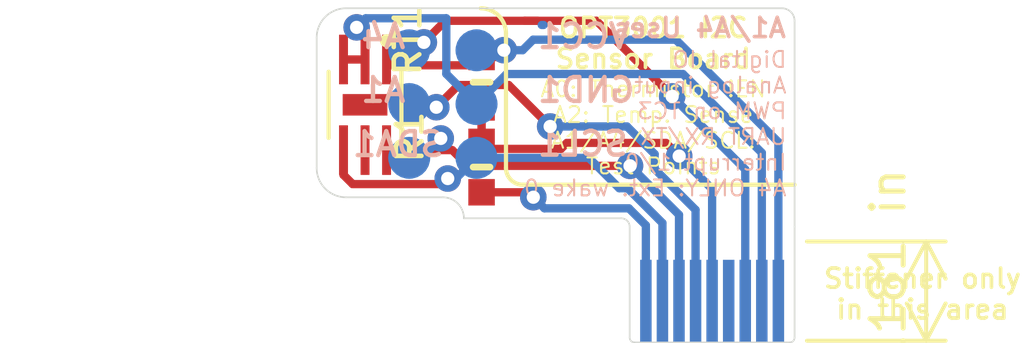
<source format=kicad_pcb>
(kicad_pcb (version 20171130) (host pcbnew 5.1.9+dfsg1-1+deb11u1)

  (general
    (thickness 1.6)
    (drawings 22)
    (tracks 90)
    (zones 0)
    (modules 10)
    (nets 12)
  )

  (page A4)
  (layers
    (0 Top signal)
    (31 Bottom signal)
    (32 B.Adhes user hide)
    (33 F.Adhes user hide)
    (34 B.Paste user hide)
    (35 F.Paste user hide)
    (36 B.SilkS user hide)
    (37 F.SilkS user)
    (38 B.Mask user hide)
    (39 F.Mask user hide)
    (40 Dwgs.User user hide)
    (41 Cmts.User user hide)
    (42 Eco1.User user hide)
    (43 Eco2.User user)
    (44 Edge.Cuts user)
    (45 Margin user hide)
    (46 B.CrtYd user hide)
    (47 F.CrtYd user hide)
    (48 B.Fab user hide)
    (49 F.Fab user hide)
  )

  (setup
    (last_trace_width 0.25)
    (trace_clearance 0.1524)
    (zone_clearance 0.508)
    (zone_45_only no)
    (trace_min 0.2)
    (via_size 0.8)
    (via_drill 0.4)
    (via_min_size 0.1)
    (via_min_drill 0.254)
    (uvia_size 0.3)
    (uvia_drill 0.1)
    (uvias_allowed no)
    (uvia_min_size 0.2)
    (uvia_min_drill 0.1)
    (edge_width 0.05)
    (segment_width 0.2)
    (pcb_text_width 0.3)
    (pcb_text_size 1.5 1.5)
    (mod_edge_width 0.12)
    (mod_text_size 1 1)
    (mod_text_width 0.15)
    (pad_size 1.5 0.27)
    (pad_drill 0)
    (pad_to_mask_clearance 0)
    (aux_axis_origin 0 0)
    (visible_elements FFFFFF7F)
    (pcbplotparams
      (layerselection 0x010fc_ffffffff)
      (usegerberextensions false)
      (usegerberattributes true)
      (usegerberadvancedattributes true)
      (creategerberjobfile true)
      (excludeedgelayer true)
      (linewidth 0.100000)
      (plotframeref false)
      (viasonmask false)
      (mode 1)
      (useauxorigin false)
      (hpglpennumber 1)
      (hpglpenspeed 20)
      (hpglpendiameter 15.000000)
      (psnegative false)
      (psa4output false)
      (plotreference true)
      (plotvalue true)
      (plotinvisibletext false)
      (padsonsilk false)
      (subtractmaskfromsilk false)
      (outputformat 1)
      (mirror false)
      (drillshape 1)
      (scaleselection 1)
      (outputdirectory ""))
  )

  (net 0 "")
  (net 1 GND)
  (net 2 VCC)
  (net 3 /A0_TEMP_ENABLE)
  (net 4 /SCL)
  (net 5 /SDA)
  (net 6 /A1_SERCOM3.3_TC3.1)
  (net 7 /A2_TEMP_SENSE)
  (net 8 /NC)
  (net 9 /A4_SERCOM3.2_TC3.0)
  (net 10 "Net-(U1-Pad7)")
  (net 11 "Net-(U1-Pad5)")

  (net_class Default "This is the default net class."
    (clearance 0.1524)
    (trace_width 0.25)
    (via_dia 0.8)
    (via_drill 0.4)
    (uvia_dia 0.3)
    (uvia_drill 0.1)
    (add_net /A0_TEMP_ENABLE)
    (add_net /A1_SERCOM3.3_TC3.1)
    (add_net /A2_TEMP_SENSE)
    (add_net /A4_SERCOM3.2_TC3.0)
    (add_net /NC)
    (add_net /SCL)
    (add_net /SDA)
    (add_net GND)
    (add_net "Net-(U1-Pad5)")
    (add_net "Net-(U1-Pad7)")
    (add_net VCC)
  )

  (module "Q3Q-SWAB-A1-00 Temperature + Test Points + OPT3001:FH19C9S05SH10-FFC" (layer Top) (tedit 0) (tstamp 63E6D203)
    (at 153.2255 106.5556)
    (descr "<b>FH19C-9S-0.5SH(10)-1</b><br>\n")
    (path /54307519)
    (fp_text reference U$3 (at 0 0) (layer F.SilkS) hide
      (effects (font (size 1.27 1.27) (thickness 0.15)))
    )
    (fp_text value FH19C-9S-0.5SH_10-FFC (at 0 0) (layer F.SilkS) hide
      (effects (font (size 1.27 1.27) (thickness 0.15)))
    )
    (fp_poly (pts (xy -2.4902 0.9742) (xy 2.4882 0.9742) (xy 2.4892 3.4798) (xy -2.4892 3.4798)) (layer B.Mask) (width 0))
    (fp_line (start 2.4892 0) (end 2.4892 3.35) (layer Edge.Cuts) (width 0.05))
    (fp_line (start -2.3392 3.5) (end 2.3392 3.5) (layer Edge.Cuts) (width 0.05))
    (fp_line (start -2.4892 0) (end -2.4892 3.35) (layer Edge.Cuts) (width 0.05))
    (fp_arc (start -2.3392 3.35) (end -2.3392 3.5) (angle 90) (layer Edge.Cuts) (width 0.05))
    (fp_arc (start 2.3392 3.35) (end 2.3392 3.5) (angle -90) (layer Edge.Cuts) (width 0.05))
    (pad 1 smd rect (at 2 2.25 90) (size 2.5 0.347) (layers Bottom B.Mask)
      (net 2 VCC) (solder_mask_margin 0.0635))
    (pad 2 smd rect (at 1.5 2.25 90) (size 2.5 0.347) (layers Bottom B.Mask)
      (net 1 GND) (solder_mask_margin 0.0635))
    (pad 3 smd rect (at 1 2.25 90) (size 2.5 0.347) (layers Bottom B.Mask)
      (net 9 /A4_SERCOM3.2_TC3.0) (solder_mask_margin 0.0635))
    (pad 4 smd rect (at 0.5 2.25 90) (size 2.5 0.347) (layers Bottom B.Mask)
      (net 8 /NC) (solder_mask_margin 0.0635))
    (pad 5 smd rect (at 0 2.25 90) (size 2.5 0.347) (layers Bottom B.Mask)
      (net 7 /A2_TEMP_SENSE) (solder_mask_margin 0.0635))
    (pad 6 smd rect (at -0.5 2.25 90) (size 2.5 0.347) (layers Bottom B.Mask)
      (net 6 /A1_SERCOM3.3_TC3.1) (solder_mask_margin 0.0635))
    (pad 7 smd rect (at -1 2.25 90) (size 2.5 0.347) (layers Bottom B.Mask)
      (net 5 /SDA) (solder_mask_margin 0.0635))
    (pad 8 smd rect (at -1.5 2.25 90) (size 2.5 0.347) (layers Bottom B.Mask)
      (net 4 /SCL) (solder_mask_margin 0.0635))
    (pad 9 smd rect (at -2 2.25 90) (size 2.5 0.347) (layers Bottom B.Mask)
      (net 3 /A0_TEMP_ENABLE) (solder_mask_margin 0.0635))
  )

  (module OPT3001DNPT:SON65P200X200X65-7N (layer Top) (tedit 63E6D415) (tstamp 63E73FD8)
    (at 142.748 102.87 270)
    (path /63E70E51)
    (attr smd)
    (fp_text reference U1 (at 0.54 -2.008 90) (layer F.SilkS) hide
      (effects (font (size 0.8 0.8) (thickness 0.15)))
    )
    (fp_text value OPT3001DNPT (at 7.652 2.008 90) (layer F.Fab) hide
      (effects (font (size 0.8 0.8) (thickness 0.15)))
    )
    (fp_line (start 1.615 -1.25) (end 1.615 1.25) (layer F.CrtYd) (width 0.05))
    (fp_line (start -1.615 -1.25) (end -1.615 1.25) (layer F.CrtYd) (width 0.05))
    (fp_line (start -1.615 1.25) (end 1.615 1.25) (layer F.CrtYd) (width 0.05))
    (fp_line (start -1.615 -1.25) (end 1.615 -1.25) (layer F.CrtYd) (width 0.05))
    (fp_line (start 1 -1) (end 1 1) (layer F.Fab) (width 0.127))
    (fp_line (start -1 -1) (end -1 1) (layer F.Fab) (width 0.127))
    (fp_line (start -1 1.099) (end 1 1.099) (layer F.SilkS) (width 0.127))
    (fp_line (start -1 -1.099) (end 1 -1.099) (layer F.SilkS) (width 0.127))
    (fp_line (start -1 1) (end 1 1) (layer F.Fab) (width 0.127))
    (fp_line (start -1 -1) (end 1 -1) (layer F.Fab) (width 0.127))
    (fp_circle (center -1.935 -0.65) (end -1.835 -0.65) (layer F.Fab) (width 0.2))
    (fp_circle (center -1.935 -0.65) (end -1.835 -0.65) (layer F.SilkS) (width 0.2))
    (fp_poly (pts (xy -0.21 -0.43) (xy 0.21 -0.43) (xy 0.21 0.43) (xy -0.21 0.43)) (layer F.Paste) (width 0.01))
    (pad 1 smd roundrect (at -1.37 -0.65 270) (size 1.5 0.27) (layers Top F.Paste F.Mask) (roundrect_rratio 0.03)
      (net 2 VCC))
    (pad 2 smd roundrect (at -1.37 0 270) (size 1.5 0.27) (layers Top F.Paste F.Mask) (roundrect_rratio 0.03)
      (net 1 GND))
    (pad 3 smd roundrect (at -1.37 0.65 270) (size 1.5 0.27) (layers Top F.Paste F.Mask) (roundrect_rratio 0.03)
      (net 1 GND))
    (pad 4 smd roundrect (at 1.37 0.65 270) (size 1.5 0.27) (layers Top F.Paste F.Mask) (roundrect_rratio 0.03)
      (net 4 /SCL))
    (pad 5 smd roundrect (at 1.37 0 270) (size 1.5 0.27) (layers Top F.Paste F.Mask) (roundrect_rratio 0.03)
      (net 11 "Net-(U1-Pad5)"))
    (pad 6 smd roundrect (at 1.37 -0.65 270) (size 1.5 0.27) (layers Top F.Paste F.Mask) (roundrect_rratio 0.03)
      (net 5 /SDA))
    (pad 7 smd rect (at 0 0 270) (size 0.65 1.35) (layers Top F.Mask)
      (net 10 "Net-(U1-Pad7)"))
  )

  (module "Q3Q-SWAB-A1-00 Temperature + Test Points + OPT3001:_0603MP" (layer Top) (tedit 0) (tstamp 63E759D2)
    (at 146.2659 104.7522 270)
    (descr "<b>0603 MicroPitch</b>")
    (path /05CBC8DB)
    (fp_text reference R1 (at -0.0635 1.7145 90) (layer F.SilkS)
      (effects (font (size 0.77216 0.77216) (thickness 0.138988)) (justify left bottom))
    )
    (fp_text value "1% 10K" (at -0.9525 0.9525 90) (layer F.Fab)
      (effects (font (size 0.77216 0.77216) (thickness 0.138988)) (justify left bottom))
    )
    (fp_line (start -0.432 0.306) (end 0.432 0.306) (layer F.Fab) (width 0.1016))
    (fp_line (start 0.432 -0.306) (end -0.432 -0.306) (layer F.Fab) (width 0.1016))
    (fp_line (start 0 -0.254) (end 0 0.254) (layer F.SilkS) (width 0.2032))
    (fp_poly (pts (xy 0.4318 0.4) (xy 0.8 0.4) (xy 0.8 -0.4) (xy 0.4318 -0.4)) (layer F.Fab) (width 0))
    (fp_poly (pts (xy -0.8 0.4) (xy -0.4318 0.4) (xy -0.4318 -0.4) (xy -0.8 -0.4)) (layer F.Fab) (width 0))
    (fp_poly (pts (xy -0.1999 0.25) (xy 0.1999 0.25) (xy 0.1999 -0.25) (xy -0.1999 -0.25)) (layer F.Adhes) (width 0))
    (pad 2 smd rect (at 0.762 0 270) (size 0.8 0.8) (layers Top F.Paste F.Mask)
      (net 3 /A0_TEMP_ENABLE) (solder_mask_margin 0.0635))
    (pad 1 smd rect (at -0.762 0 270) (size 0.8 0.8) (layers Top F.Paste F.Mask)
      (net 7 /A2_TEMP_SENSE) (solder_mask_margin 0.0635))
  )

  (module "Q3Q-SWAB-A1-00 Temperature + Test Points + OPT3001:_0603MP" (layer Top) (tedit 0) (tstamp 63E759F3)
    (at 146.2659 102.1868 270)
    (descr "<b>0603 MicroPitch</b>")
    (path /6C7771A6)
    (fp_text reference RT1 (at -0.127 1.778 90) (layer F.SilkS)
      (effects (font (size 0.77216 0.77216) (thickness 0.138988)) (justify left bottom))
    )
    (fp_text value "NTC 10K" (at -1.27 1.4923 90) (layer F.Fab)
      (effects (font (size 0.77216 0.77216) (thickness 0.138988)) (justify left bottom))
    )
    (fp_line (start -0.432 0.306) (end 0.432 0.306) (layer F.Fab) (width 0.1016))
    (fp_line (start 0.432 -0.306) (end -0.432 -0.306) (layer F.Fab) (width 0.1016))
    (fp_line (start 0 -0.254) (end 0 0.254) (layer F.SilkS) (width 0.2032))
    (fp_poly (pts (xy 0.4318 0.4) (xy 0.8 0.4) (xy 0.8 -0.4) (xy 0.4318 -0.4)) (layer F.Fab) (width 0))
    (fp_poly (pts (xy -0.8 0.4) (xy -0.4318 0.4) (xy -0.4318 -0.4) (xy -0.8 -0.4)) (layer F.Fab) (width 0))
    (fp_poly (pts (xy -0.1999 0.25) (xy 0.1999 0.25) (xy 0.1999 -0.25) (xy -0.1999 -0.25)) (layer F.Adhes) (width 0))
    (pad 2 smd rect (at 0.762 0 270) (size 0.8 0.8) (layers Top F.Paste F.Mask)
      (net 7 /A2_TEMP_SENSE) (solder_mask_margin 0.0635))
    (pad 1 smd rect (at -0.762 0 270) (size 0.8 0.8) (layers Top F.Paste F.Mask)
      (net 2 VCC) (solder_mask_margin 0.0635))
  )

  (module "Q3Q-SWAB-A1-00 Temperature + Test Points + OPT3001:B1,27" (layer Bottom) (tedit 0) (tstamp 63E6D22B)
    (at 146.1135 102.8472 180)
    (descr "<b>TEST PAD</b>")
    (path /8E097FD0)
    (fp_text reference GND1 (at -1.778 0) (layer B.SilkS)
      (effects (font (size 0.7239 0.7239) (thickness 0.130302)) (justify right bottom mirror))
    )
    (fp_text value TPB1,27 (at -0.635 -0.762) (layer B.Fab)
      (effects (font (size 0.77216 0.77216) (thickness 0.138988)) (justify right bottom mirror))
    )
    (fp_line (start -0.635 0) (end 0.635 0) (layer Dwgs.User) (width 0.0024))
    (fp_line (start 0 0.635) (end 0 -0.635) (layer Dwgs.User) (width 0.0024))
    (fp_text user >TP_SIGNAL_NAME (at -0.635 -1.905 180) (layer Dwgs.User)
      (effects (font (size 0.95 0.95) (thickness 0.08)) (justify right bottom))
    )
    (pad TP smd roundrect (at 0 0 180) (size 1.27 1.27) (layers Bottom B.Mask) (roundrect_rratio 0.5)
      (net 1 GND) (solder_mask_margin 0.0635))
  )

  (module "Q3Q-SWAB-A1-00 Temperature + Test Points + OPT3001:B1,27" (layer Bottom) (tedit 0) (tstamp 63E6D232)
    (at 144.0815 101.2216 180)
    (descr "<b>TEST PAD</b>")
    (path /E65641C5)
    (fp_text reference A4 (at 1.524 0) (layer B.SilkS)
      (effects (font (size 0.7239 0.7239) (thickness 0.130302)) (justify right bottom mirror))
    )
    (fp_text value TPB1,27 (at -0.635 -0.762) (layer B.Fab)
      (effects (font (size 0.77216 0.77216) (thickness 0.138988)) (justify right bottom mirror))
    )
    (fp_line (start -0.635 0) (end 0.635 0) (layer Dwgs.User) (width 0.0024))
    (fp_line (start 0 0.635) (end 0 -0.635) (layer Dwgs.User) (width 0.0024))
    (fp_text user >TP_SIGNAL_NAME (at -0.635 -1.905 180) (layer Dwgs.User)
      (effects (font (size 0.95 0.95) (thickness 0.08)) (justify right bottom))
    )
    (pad TP smd roundrect (at 0 0 180) (size 1.27 1.27) (layers Bottom B.Mask) (roundrect_rratio 0.5)
      (net 9 /A4_SERCOM3.2_TC3.0) (solder_mask_margin 0.0635))
  )

  (module "Q3Q-SWAB-A1-00 Temperature + Test Points + OPT3001:B1,27" (layer Bottom) (tedit 0) (tstamp 63E6D239)
    (at 146.1135 101.2216 180)
    (descr "<b>TEST PAD</b>")
    (path /D0DD1D8E)
    (fp_text reference VCC1 (at -1.778 0) (layer B.SilkS)
      (effects (font (size 0.7239 0.7239) (thickness 0.130302)) (justify right bottom mirror))
    )
    (fp_text value TPB1,27 (at -0.635 -0.762) (layer B.Fab)
      (effects (font (size 0.77216 0.77216) (thickness 0.138988)) (justify right bottom mirror))
    )
    (fp_line (start -0.635 0) (end 0.635 0) (layer Dwgs.User) (width 0.0024))
    (fp_line (start 0 0.635) (end 0 -0.635) (layer Dwgs.User) (width 0.0024))
    (fp_text user >TP_SIGNAL_NAME (at -0.635 -1.905 180) (layer Dwgs.User)
      (effects (font (size 0.95 0.95) (thickness 0.08)) (justify right bottom))
    )
    (pad TP smd roundrect (at 0 0 180) (size 1.27 1.27) (layers Bottom B.Mask) (roundrect_rratio 0.5)
      (net 2 VCC) (solder_mask_margin 0.0635))
  )

  (module "Q3Q-SWAB-A1-00 Temperature + Test Points + OPT3001:B1,27" (layer Bottom) (tedit 0) (tstamp 63E6D240)
    (at 146.1135 104.4728 180)
    (descr "<b>TEST PAD</b>")
    (path /252148C1)
    (fp_text reference SCL1 (at -1.778 0) (layer B.SilkS)
      (effects (font (size 0.7239 0.7239) (thickness 0.130302)) (justify right bottom mirror))
    )
    (fp_text value TPB1,27 (at -0.635 -0.762) (layer B.Fab)
      (effects (font (size 0.77216 0.77216) (thickness 0.138988)) (justify right bottom mirror))
    )
    (fp_line (start -0.635 0) (end 0.635 0) (layer Dwgs.User) (width 0.0024))
    (fp_line (start 0 0.635) (end 0 -0.635) (layer Dwgs.User) (width 0.0024))
    (fp_text user >TP_SIGNAL_NAME (at -0.635 -1.905 180) (layer Dwgs.User)
      (effects (font (size 0.95 0.95) (thickness 0.08)) (justify right bottom))
    )
    (pad TP smd roundrect (at 0 0 180) (size 1.27 1.27) (layers Bottom B.Mask) (roundrect_rratio 0.5)
      (net 4 /SCL) (solder_mask_margin 0.0635))
  )

  (module "Q3Q-SWAB-A1-00 Temperature + Test Points + OPT3001:B1,27" (layer Bottom) (tedit 0) (tstamp 63E6D247)
    (at 144.0815 104.4728 180)
    (descr "<b>TEST PAD</b>")
    (path /943CED1C)
    (fp_text reference SDA1 (at 1.778 -0.0127) (layer B.SilkS)
      (effects (font (size 0.7239 0.7239) (thickness 0.130302)) (justify right bottom mirror))
    )
    (fp_text value TPB1,27 (at -0.635 -0.762) (layer B.Fab)
      (effects (font (size 0.77216 0.77216) (thickness 0.138988)) (justify right bottom mirror))
    )
    (fp_line (start -0.635 0) (end 0.635 0) (layer Dwgs.User) (width 0.0024))
    (fp_line (start 0 0.635) (end 0 -0.635) (layer Dwgs.User) (width 0.0024))
    (fp_text user >TP_SIGNAL_NAME (at -0.635 -1.905 180) (layer Dwgs.User)
      (effects (font (size 0.95 0.95) (thickness 0.08)) (justify right bottom))
    )
    (pad TP smd roundrect (at 0 0 180) (size 1.27 1.27) (layers Bottom B.Mask) (roundrect_rratio 0.5)
      (net 5 /SDA) (solder_mask_margin 0.0635))
  )

  (module "Q3Q-SWAB-A1-00 Temperature + Test Points + OPT3001:B1,27" (layer Bottom) (tedit 0) (tstamp 63E6D24E)
    (at 144.0815 102.8472 180)
    (descr "<b>TEST PAD</b>")
    (path /E1B0505C)
    (fp_text reference A1 (at 1.524 0) (layer B.SilkS)
      (effects (font (size 0.7239 0.7239) (thickness 0.130302)) (justify right bottom mirror))
    )
    (fp_text value TPB1,27 (at -0.635 -0.762) (layer B.Fab)
      (effects (font (size 0.77216 0.77216) (thickness 0.138988)) (justify right bottom mirror))
    )
    (fp_line (start -0.635 0) (end 0.635 0) (layer Dwgs.User) (width 0.0024))
    (fp_line (start 0 0.635) (end 0 -0.635) (layer Dwgs.User) (width 0.0024))
    (fp_text user >TP_SIGNAL_NAME (at -0.635 -1.905 180) (layer Dwgs.User)
      (effects (font (size 0.95 0.95) (thickness 0.08)) (justify right bottom))
    )
    (pad TP smd roundrect (at 0 0 180) (size 1.27 1.27) (layers Bottom B.Mask) (roundrect_rratio 0.5)
      (net 6 /A1_SERCOM3.3_TC3.1) (solder_mask_margin 0.0635))
  )

  (gr_arc (start 150.4823 106.5556) (end 150.7363 106.5556) (angle -90) (layer Edge.Cuts) (width 0.05) (tstamp 803D32C0))
  (gr_line (start 150.4823 106.3016) (end 145.7325 106.3016) (layer Edge.Cuts) (width 0.05) (tstamp 803D3820))
  (gr_line (start 145.0975 105.6666) (end 142.1765 105.6666) (layer Edge.Cuts) (width 0.05) (tstamp 803D3C70))
  (gr_arc (start 142.1765 104.7776) (end 142.1765 105.6666) (angle 90) (layer Edge.Cuts) (width 0.05) (tstamp 63E7417A))
  (gr_line (start 141.2875 104.7776) (end 141.2875 100.8406) (layer Edge.Cuts) (width 0.05) (tstamp 63E75941))
  (gr_arc (start 142.1765 100.8406) (end 141.2875 100.8406) (angle 90) (layer Edge.Cuts) (width 0.05) (tstamp 63E74180))
  (gr_line (start 142.1765 99.9516) (end 155.3337 99.9516) (layer Edge.Cuts) (width 0.05) (tstamp 7FB9B000))
  (gr_arc (start 155.3337 100.3326) (end 155.3337 99.9516) (angle 90) (layer Edge.Cuts) (width 0.05) (tstamp 7FB9B410))
  (gr_line (start 155.7147 100.3326) (end 155.7147 106.5556) (layer Edge.Cuts) (width 0.05) (tstamp 7FB9B950))
  (gr_arc (start 145.0975 106.3016) (end 145.7325 106.3016) (angle -90) (layer Edge.Cuts) (width 0.05) (tstamp 7FB9BE00))
  (gr_text "OPT3001 I2C\nSensor Board" (at 151.4475 100.2056) (layer F.SilkS) (tstamp 7FC58850)
    (effects (font (size 0.57912 0.57912) (thickness 0.109728)) (justify top))
  )
  (gr_line (start 155.7147 105.2856) (end 147.5105 105.2856) (layer F.SilkS) (width 0.127) (tstamp 7FC58F50))
  (gr_line (start 147.0025 100.7136) (end 147.0025 104.7776) (layer F.SilkS) (width 0.127) (tstamp 7FA4B140))
  (gr_arc (start 147.5105 104.7776) (end 147.0025 104.7776) (angle -90) (layer F.SilkS) (width 0.127) (tstamp 7FA4B6B0))
  (gr_arc (start 146.2405 100.7136) (end 147.0025 100.7136) (angle -90) (layer F.SilkS) (width 0.127) (tstamp 7FA4BCC0))
  (gr_text "A0: Thermistor !EN\nA2: Temp. Sense\nA1/A4/SDA/SCL:\nTest Points" (at 151.4475 102.1106) (layer F.SilkS) (tstamp 7FA08AA0)
    (effects (font (size 0.4826 0.4826) (thickness 0.06096)) (justify top))
  )
  (gr_text "Digital IO\nAnalog input\nPWM on TC3\nUART RX/TX\nInterrupt 1/0\nA4 ONLY: Ext. wake 0" (at 155.5115 101.2216) (layer B.SilkS) (tstamp 7FA09230)
    (effects (font (size 0.4826 0.4826) (thickness 0.06096)) (justify left top mirror))
  )
  (gr_text "A1/A4 Uses" (at 155.5115 100.2056) (layer B.SilkS) (tstamp 7F9A10A0)
    (effects (font (size 0.57912 0.57912) (thickness 0.109728)) (justify left top mirror))
  )
  (gr_text "" (at 142.9385 104.1172) (layer F.SilkS) (tstamp 7F9A17A0)
    (effects (font (size 0.57912 0.57912) (thickness 0.073152)) (justify left))
  )
  (gr_text "" (at 142.9385 101.5518) (layer F.SilkS) (tstamp 7F9A1E50)
    (effects (font (size 0.57912 0.57912) (thickness 0.073152)) (justify left))
  )
  (dimension 3 (width 0.12) (layer F.SilkS)
    (gr_text "3.000 mm" (at 160.9575 108.5016 90) (layer F.SilkS)
      (effects (font (size 1 1) (thickness 0.15)))
    )
    (feature1 (pts (xy 156.0875 107.0016) (xy 160.273921 107.0016)))
    (feature2 (pts (xy 156.0875 110.0016) (xy 160.273921 110.0016)))
    (crossbar (pts (xy 159.6875 110.0016) (xy 159.6875 107.0016)))
    (arrow1a (pts (xy 159.6875 107.0016) (xy 160.273921 108.128104)))
    (arrow1b (pts (xy 159.6875 107.0016) (xy 159.101079 108.128104)))
    (arrow2a (pts (xy 159.6875 110.0016) (xy 160.273921 108.875096)))
    (arrow2b (pts (xy 159.6875 110.0016) (xy 159.101079 108.875096)))
  )
  (gr_text "Stiffener only\nin this area" (at 159.5755 108.5876) (layer F.SilkS) (tstamp 7F95BC90)
    (effects (font (size 0.57912 0.57912) (thickness 0.109728)))
  )

  (segment (start 148.082 100.457) (end 148.137 100.457) (width 0.25) (layer Bottom) (net 0))
  (segment (start 142.098 101.5) (end 142.748 101.5) (width 0.25) (layer Top) (net 1))
  (via (at 142.494 100.529) (size 0.8) (drill 0.4) (layers Top Bottom) (net 1))
  (segment (start 142.748 100.783) (end 142.494 100.529) (width 0.25) (layer Top) (net 1))
  (segment (start 142.748 101.5) (end 142.748 100.783) (width 0.25) (layer Top) (net 1))
  (segment (start 142.494 100.529) (end 142.76899 100.25401) (width 0.25) (layer Bottom) (net 1))
  (segment (start 145.201089 100.256533) (end 145.201089 101.934789) (width 0.25) (layer Bottom) (net 1))
  (segment (start 142.76899 100.25401) (end 145.198566 100.25401) (width 0.25) (layer Bottom) (net 1))
  (segment (start 145.198566 100.25401) (end 145.201089 100.256533) (width 0.25) (layer Bottom) (net 1))
  (segment (start 145.201089 101.934789) (end 146.1135 102.8472) (width 0.25) (layer Bottom) (net 1))
  (segment (start 147.022102 101.938598) (end 146.1135 102.8472) (width 0.25) (layer Bottom) (net 1))
  (segment (start 154.7255 104.319944) (end 152.344154 101.938598) (width 0.25) (layer Bottom) (net 1))
  (segment (start 152.344154 101.938598) (end 147.022102 101.938598) (width 0.25) (layer Bottom) (net 1))
  (segment (start 154.7255 108.8056) (end 154.7255 104.319944) (width 0.25) (layer Bottom) (net 1))
  (via (at 146.939 101.219) (size 0.8) (drill 0.4) (layers Top Bottom) (net 2))
  (segment (start 152.129838 100.901187) (end 147.822498 100.901187) (width 0.25) (layer Bottom) (net 2))
  (segment (start 146.1161 101.219) (end 146.1135 101.2216) (width 0.25) (layer Bottom) (net 2))
  (segment (start 147.822498 100.901187) (end 147.504685 101.219) (width 0.25) (layer Bottom) (net 2))
  (segment (start 155.2255 103.996849) (end 152.129838 100.901187) (width 0.25) (layer Bottom) (net 2))
  (segment (start 146.939 101.219) (end 146.1161 101.219) (width 0.25) (layer Bottom) (net 2))
  (segment (start 155.2255 108.8056) (end 155.2255 103.996849) (width 0.25) (layer Bottom) (net 2))
  (segment (start 147.504685 101.219) (end 146.939 101.219) (width 0.25) (layer Bottom) (net 2))
  (segment (start 143.398 101.5) (end 143.573651 101.675651) (width 0.25) (layer Top) (net 2))
  (segment (start 143.573651 101.675651) (end 146.142049 101.675651) (width 0.25) (layer Top) (net 2))
  (segment (start 146.142049 101.675651) (end 146.3929 101.4248) (width 0.25) (layer Top) (net 2))
  (segment (start 146.3929 101.4248) (end 146.7332 101.4248) (width 0.25) (layer Top) (net 2))
  (segment (start 146.7332 101.4248) (end 146.939 101.219) (width 0.25) (layer Top) (net 2))
  (via (at 147.828 105.664) (size 0.8) (drill 0.4) (layers Top Bottom) (net 3))
  (segment (start 147.6782 105.5142) (end 147.828 105.664) (width 0.25) (layer Top) (net 3))
  (segment (start 146.3929 105.5142) (end 147.6782 105.5142) (width 0.25) (layer Top) (net 3))
  (segment (start 151.2255 106.512573) (end 151.2255 108.8056) (width 0.25) (layer Bottom) (net 3))
  (segment (start 150.712117 105.99919) (end 151.2255 106.512573) (width 0.25) (layer Bottom) (net 3))
  (segment (start 148.16319 105.99919) (end 150.712117 105.99919) (width 0.25) (layer Bottom) (net 3))
  (segment (start 147.828 105.664) (end 148.16319 105.99919) (width 0.25) (layer Bottom) (net 3))
  (segment (start 142.37541 105.26741) (end 145.075078 105.26741) (width 0.25) (layer Top) (net 4))
  (via (at 145.243931 105.098557) (size 0.8) (drill 0.4) (layers Top Bottom) (net 4))
  (segment (start 142.098 104.99) (end 142.37541 105.26741) (width 0.25) (layer Top) (net 4))
  (segment (start 142.098 104.24) (end 142.098 104.99) (width 0.25) (layer Top) (net 4))
  (segment (start 145.075078 105.26741) (end 145.243931 105.098557) (width 0.25) (layer Top) (net 4))
  (segment (start 145.487743 105.098557) (end 146.1135 104.4728) (width 0.25) (layer Bottom) (net 4))
  (segment (start 145.243931 105.098557) (end 145.487743 105.098557) (width 0.25) (layer Bottom) (net 4))
  (segment (start 150.674396 105.392376) (end 151.7255 106.44348) (width 0.25) (layer Bottom) (net 4))
  (segment (start 150.421816 105.392376) (end 150.674396 105.392376) (width 0.25) (layer Bottom) (net 4))
  (segment (start 146.1135 104.4728) (end 149.50224 104.4728) (width 0.25) (layer Bottom) (net 4))
  (segment (start 151.7255 106.44348) (end 151.7255 108.8056) (width 0.25) (layer Bottom) (net 4))
  (segment (start 149.50224 104.4728) (end 150.421816 105.392376) (width 0.25) (layer Bottom) (net 4))
  (segment (start 143.398 104.24) (end 145.007 104.24) (width 0.25) (layer Top) (net 5))
  (segment (start 145.007 104.24) (end 145.381654 104.24) (width 0.25) (layer Top) (net 5))
  (segment (start 152.2255 108.8056) (end 152.2255 106.193504) (width 0.25) (layer Bottom) (net 5))
  (segment (start 145.381654 104.24) (end 145.856628 104.714974) (width 0.25) (layer Top) (net 5))
  (segment (start 145.856628 104.714974) (end 150.74697 104.714974) (width 0.25) (layer Top) (net 5))
  (via (at 150.74697 104.714974) (size 0.8) (drill 0.4) (layers Top Bottom) (net 5))
  (segment (start 152.2255 106.193504) (end 150.74697 104.714974) (width 0.25) (layer Bottom) (net 5))
  (via (at 145.034 103.886) (size 0.8) (drill 0.4) (layers Top Bottom) (net 5))
  (segment (start 145.034 103.886) (end 145.007 103.913) (width 0.25) (layer Top) (net 5))
  (segment (start 144.4472 104.4728) (end 145.034 103.886) (width 0.25) (layer Bottom) (net 5))
  (segment (start 144.0815 104.4728) (end 144.4472 104.4728) (width 0.25) (layer Bottom) (net 5))
  (segment (start 145.007 103.913) (end 145.007 104.24) (width 0.25) (layer Top) (net 5))
  (via (at 148.336 103.52461) (size 0.8) (drill 0.4) (layers Top Bottom) (net 6))
  (segment (start 152.7255 106.045058) (end 151.490164 104.809722) (width 0.25) (layer Bottom) (net 6))
  (segment (start 151.490164 104.35972) (end 150.655054 103.52461) (width 0.25) (layer Bottom) (net 6))
  (segment (start 152.7255 108.8056) (end 152.7255 106.045058) (width 0.25) (layer Bottom) (net 6))
  (segment (start 151.490164 104.809722) (end 151.490164 104.35972) (width 0.25) (layer Bottom) (net 6))
  (segment (start 150.655054 103.52461) (end 148.336 103.52461) (width 0.25) (layer Bottom) (net 6))
  (via (at 144.899309 102.94316) (size 0.8) (drill 0.4) (layers Top Bottom) (net 6))
  (segment (start 144.803349 102.8472) (end 144.899309 102.94316) (width 0.25) (layer Bottom) (net 6))
  (segment (start 144.0815 102.8472) (end 144.803349 102.8472) (width 0.25) (layer Bottom) (net 6))
  (segment (start 144.899309 102.94316) (end 145.57107 102.271399) (width 0.25) (layer Top) (net 6))
  (segment (start 145.57107 102.271399) (end 147.082789 102.271399) (width 0.25) (layer Top) (net 6))
  (segment (start 147.082789 102.271399) (end 148.336 103.52461) (width 0.25) (layer Top) (net 6))
  (segment (start 146.2659 103.9902) (end 146.2659 102.9488) (width 0.254) (layer Top) (net 7) (tstamp 63E759C5))
  (segment (start 153.2255 105.415504) (end 152.231065 104.421069) (width 0.25) (layer Bottom) (net 7))
  (segment (start 148.842094 104.02107) (end 151.831066 104.02107) (width 0.25) (layer Top) (net 7))
  (via (at 152.231065 104.421069) (size 0.8) (drill 0.4) (layers Top Bottom) (net 7))
  (segment (start 148.661153 104.202011) (end 148.842094 104.02107) (width 0.25) (layer Top) (net 7))
  (segment (start 146.3929 103.9902) (end 146.604711 104.202011) (width 0.25) (layer Top) (net 7))
  (segment (start 146.604711 104.202011) (end 148.661153 104.202011) (width 0.25) (layer Top) (net 7))
  (segment (start 151.831066 104.02107) (end 152.231065 104.421069) (width 0.25) (layer Top) (net 7))
  (segment (start 153.2255 108.8056) (end 153.2255 105.415504) (width 0.25) (layer Bottom) (net 7))
  (via (at 152.019 102.616) (size 0.8) (drill 0.4) (layers Top Bottom) (net 9))
  (segment (start 154.2255 104.8225) (end 152.019 102.616) (width 0.25) (layer Bottom) (net 9))
  (segment (start 154.2255 108.8056) (end 154.2255 104.8225) (width 0.25) (layer Bottom) (net 9))
  (segment (start 149.733 100.33) (end 147.574 100.33) (width 0.25) (layer Top) (net 9))
  (segment (start 152.019 102.616) (end 149.733 100.33) (width 0.25) (layer Top) (net 9))
  (segment (start 147.574 100.33) (end 147.955 100.33) (width 0.25) (layer Top) (net 9))
  (via (at 144.523679 100.981868) (size 0.8) (drill 0.4) (layers Top Bottom) (net 9))
  (segment (start 144.0815 101.2216) (end 144.283947 101.2216) (width 0.25) (layer Bottom) (net 9))
  (segment (start 144.283947 101.2216) (end 144.523679 100.981868) (width 0.25) (layer Bottom) (net 9))
  (segment (start 144.523679 100.981868) (end 145.175547 100.33) (width 0.25) (layer Top) (net 9))
  (segment (start 145.175547 100.33) (end 147.574 100.33) (width 0.25) (layer Top) (net 9))

)

</source>
